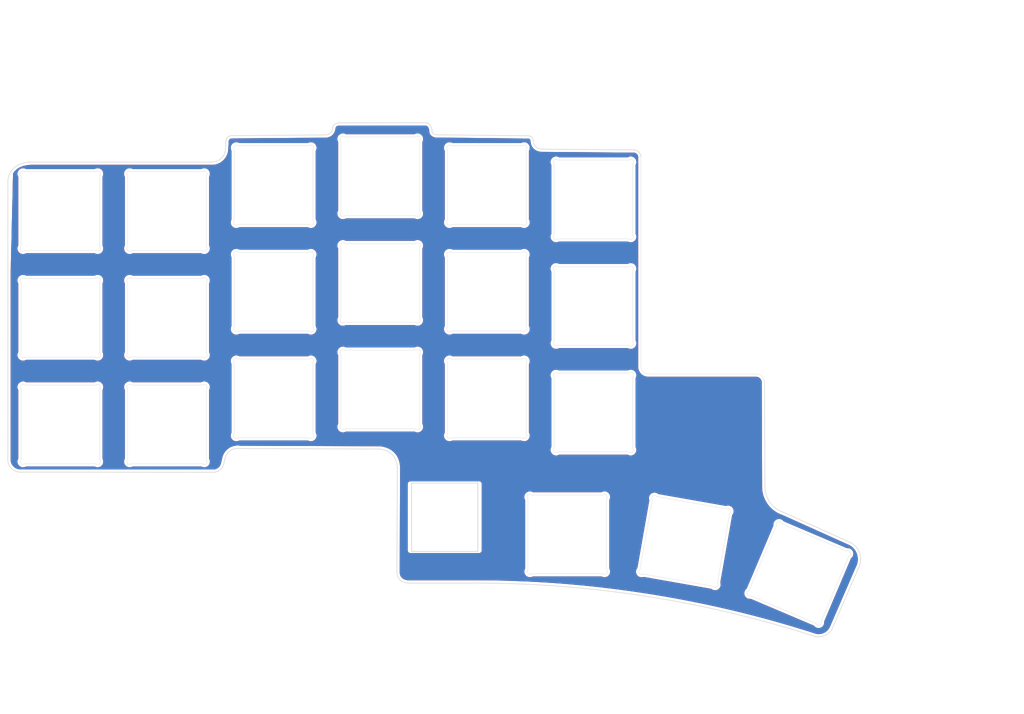
<source format=kicad_pcb>
(kicad_pcb (version 20241229) (generator "pcbnew") (generator_version "9.0")
  (title_block (title "Cirrus40") (rev "1") (company "schuay"))
  (layers (0 "F.Cu" signal) (2 "B.Cu" signal) (13 "F.Paste" user) (15 "B.Paste" user) (5 "F.SilkS" user "F.Silkscreen") (7 "B.SilkS" user "B.Silkscreen") (1 "F.Mask" user) (3 "B.Mask" user) (25 "Edge.Cuts" user))
  (net 0 "")
  (net 1 "GND")
  (footprint "footprints:RotaryEncoder_PlateHole_Placeholder" (layer "F.Cu") (at 118.502813 119.500026)
    (property "Reference" "SW30")
    (property "Value" "Rotary_Encoder_Switch")
    (fp_line (start -5.9 6.1) (end -5.9 -6.1) (stroke (width 0.12)) (layer "Edge.Cuts"))
    (fp_line (start 5.9 -6.1) (end -5.9 -6.1) (stroke (width 0.12)) (layer "Edge.Cuts"))
    (fp_line (start 5.9 6.1) (end -5.9 6.1) (stroke (width 0.12)) (layer "Edge.Cuts"))
    (fp_line (start 5.9 6.1) (end 5.9 -6.1) (stroke (width 0.12)) (layer "Edge.Cuts"))
  )
  (footprint "footprints:Switch_Hole_Dogbone" (layer "B.Cu") (at 69 64.9616 180)
    (property "Reference" "K13")
    (property "Value" "SW_Push" (hide yes))
    (fp_line (start 7 6.292894) (end 7 -6.292894) (stroke (width 0.05)) (layer "Edge.Cuts"))
    (fp_line (start -6.292894 7) (end 6.292894 7) (stroke (width 0.05)) (layer "Edge.Cuts"))
    (fp_line (start -6.292894 -7) (end 6.292894 -7) (stroke (width 0.05)) (layer "Edge.Cuts"))
    (fp_line (start -7 6.292894) (end -7 -6.292894) (stroke (width 0.05)) (layer "Edge.Cuts"))
    (fp_arc (start 7 6.292894) (mid 7 7) (end 6.292894 7) (stroke (width 0.05)) (layer "Edge.Cuts"))
    (fp_arc (start 6.292894 -7) (mid 7 -7) (end 7 -6.292894) (stroke (width 0.05)) (layer "Edge.Cuts"))
    (fp_arc (start -6.292894 7) (mid -7 7) (end -7 6.292894) (stroke (width 0.05)) (layer "Edge.Cuts"))
    (fp_arc (start -7 -6.292894) (mid -7 -7) (end -6.292894 -7) (stroke (width 0.05)) (layer "Edge.Cuts"))
  )
  (footprint "footprints:Switch_Hole_Dogbone" (layer "B.Cu") (at 145.0086 100.8634 180)
    (property "Reference" "K3")
    (property "Value" "SW_Push" (hide yes))
    (fp_line (start 7 6.292894) (end 7 -6.292894) (stroke (width 0.05)) (layer "Edge.Cuts"))
    (fp_line (start -6.292894 7) (end 6.292894 7) (stroke (width 0.05)) (layer "Edge.Cuts"))
    (fp_line (start -6.292894 -7) (end 6.292894 -7) (stroke (width 0.05)) (layer "Edge.Cuts"))
    (fp_line (start -7 6.292894) (end -7 -6.292894) (stroke (width 0.05)) (layer "Edge.Cuts"))
    (fp_arc (start 7 6.292894) (mid 7 7) (end 6.292894 7) (stroke (width 0.05)) (layer "Edge.Cuts"))
    (fp_arc (start 6.292894 -7) (mid 7 -7) (end 7 -6.292894) (stroke (width 0.05)) (layer "Edge.Cuts"))
    (fp_arc (start -6.292894 7) (mid -7 7) (end -7 6.292894) (stroke (width 0.05)) (layer "Edge.Cuts"))
    (fp_arc (start -7 -6.292894) (mid -7 -7) (end -6.292894 -7) (stroke (width 0.05)) (layer "Edge.Cuts"))
  )
  (footprint "footprints:Switch_Hole_Dogbone" (layer "B.Cu") (at 50 64.9616 180)
    (property "Reference" "K19")
    (property "Value" "SW_Push" (hide yes))
    (fp_line (start 7 6.292894) (end 7 -6.292894) (stroke (width 0.05)) (layer "Edge.Cuts"))
    (fp_line (start -6.292894 7) (end 6.292894 7) (stroke (width 0.05)) (layer "Edge.Cuts"))
    (fp_line (start -6.292894 -7) (end 6.292894 -7) (stroke (width 0.05)) (layer "Edge.Cuts"))
    (fp_line (start -7 6.292894) (end -7 -6.292894) (stroke (width 0.05)) (layer "Edge.Cuts"))
    (fp_arc (start 7 6.292894) (mid 7 7) (end 6.292894 7) (stroke (width 0.05)) (layer "Edge.Cuts"))
    (fp_arc (start 6.292894 -7) (mid 7 -7) (end 7 -6.292894) (stroke (width 0.05)) (layer "Edge.Cuts"))
    (fp_arc (start -6.292894 7) (mid -7 7) (end -7 6.292894) (stroke (width 0.05)) (layer "Edge.Cuts"))
    (fp_arc (start -7 -6.292894) (mid -7 -7) (end -6.292894 -7) (stroke (width 0.05)) (layer "Edge.Cuts"))
  )
  (footprint "footprints:Switch_Hole_Dogbone" (layer "B.Cu") (at 145.0086 62.865 180)
    (property "Reference" "K1")
    (property "Value" "SW_Push" (hide yes))
    (fp_line (start 7 6.292894) (end 7 -6.292894) (stroke (width 0.05)) (layer "Edge.Cuts"))
    (fp_line (start -6.292894 7) (end 6.292894 7) (stroke (width 0.05)) (layer "Edge.Cuts"))
    (fp_line (start -6.292894 -7) (end 6.292894 -7) (stroke (width 0.05)) (layer "Edge.Cuts"))
    (fp_line (start -7 6.292894) (end -7 -6.292894) (stroke (width 0.05)) (layer "Edge.Cuts"))
    (fp_arc (start 7 6.292894) (mid 7 7) (end 6.292894 7) (stroke (width 0.05)) (layer "Edge.Cuts"))
    (fp_arc (start 6.292894 -7) (mid 7 -7) (end 7 -6.292894) (stroke (width 0.05)) (layer "Edge.Cuts"))
    (fp_arc (start -6.292894 7) (mid -7 7) (end -7 6.292894) (stroke (width 0.05)) (layer "Edge.Cuts"))
    (fp_arc (start -7 -6.292894) (mid -7 -7) (end -6.292894 -7) (stroke (width 0.05)) (layer "Edge.Cuts"))
  )
  (footprint "footprints:Switch_Hole_Dogbone" (layer "B.Cu") (at 107.0102 77.7492 180)
    (property "Reference" "K8")
    (property "Value" "SW_Push" (hide yes))
    (fp_line (start 7 6.292894) (end 7 -6.292894) (stroke (width 0.05)) (layer "Edge.Cuts"))
    (fp_line (start -6.292894 7) (end 6.292894 7) (stroke (width 0.05)) (layer "Edge.Cuts"))
    (fp_line (start -6.292894 -7) (end 6.292894 -7) (stroke (width 0.05)) (layer "Edge.Cuts"))
    (fp_line (start -7 6.292894) (end -7 -6.292894) (stroke (width 0.05)) (layer "Edge.Cuts"))
    (fp_arc (start 7 6.292894) (mid 7 7) (end 6.292894 7) (stroke (width 0.05)) (layer "Edge.Cuts"))
    (fp_arc (start 6.292894 -7) (mid 7 -7) (end 7 -6.292894) (stroke (width 0.05)) (layer "Edge.Cuts"))
    (fp_arc (start -6.292894 7) (mid -7 7) (end -7 6.292894) (stroke (width 0.05)) (layer "Edge.Cuts"))
    (fp_arc (start -7 -6.292894) (mid -7 -7) (end -6.292894 -7) (stroke (width 0.05)) (layer "Edge.Cuts"))
  )
  (footprint "footprints:Switch_Hole_Dogbone" (layer "B.Cu") (at 88.011 98.3234 180)
    (property "Reference" "K12")
    (property "Value" "SW_Push" (hide yes))
    (fp_line (start 7 6.292894) (end 7 -6.292894) (stroke (width 0.05)) (layer "Edge.Cuts"))
    (fp_line (start -6.292894 7) (end 6.292894 7) (stroke (width 0.05)) (layer "Edge.Cuts"))
    (fp_line (start -6.292894 -7) (end 6.292894 -7) (stroke (width 0.05)) (layer "Edge.Cuts"))
    (fp_line (start -7 6.292894) (end -7 -6.292894) (stroke (width 0.05)) (layer "Edge.Cuts"))
    (fp_arc (start 7 6.292894) (mid 7 7) (end 6.292894 7) (stroke (width 0.05)) (layer "Edge.Cuts"))
    (fp_arc (start 6.292894 -7) (mid 7 -7) (end 7 -6.292894) (stroke (width 0.05)) (layer "Edge.Cuts"))
    (fp_arc (start -6.292894 7) (mid -7 7) (end -7 6.292894) (stroke (width 0.05)) (layer "Edge.Cuts"))
    (fp_arc (start -7 -6.292894) (mid -7 -7) (end -6.292894 -7) (stroke (width 0.05)) (layer "Edge.Cuts"))
  )
  (footprint "footprints:Switch_Hole_Dogbone" (layer "B.Cu") (at 88.011 79.3242 180)
    (property "Reference" "K11")
    (property "Value" "SW_Push" (hide yes))
    (fp_line (start 7 6.292894) (end 7 -6.292894) (stroke (width 0.05)) (layer "Edge.Cuts"))
    (fp_line (start -6.292894 7) (end 6.292894 7) (stroke (width 0.05)) (layer "Edge.Cuts"))
    (fp_line (start -6.292894 -7) (end 6.292894 -7) (stroke (width 0.05)) (layer "Edge.Cuts"))
    (fp_line (start -7 6.292894) (end -7 -6.292894) (stroke (width 0.05)) (layer "Edge.Cuts"))
    (fp_arc (start 7 6.292894) (mid 7 7) (end 6.292894 7) (stroke (width 0.05)) (layer "Edge.Cuts"))
    (fp_arc (start 6.292894 -7) (mid 7 -7) (end 7 -6.292894) (stroke (width 0.05)) (layer "Edge.Cuts"))
    (fp_arc (start -6.292894 7) (mid -7 7) (end -7 6.292894) (stroke (width 0.05)) (layer "Edge.Cuts"))
    (fp_arc (start -7 -6.292894) (mid -7 -7) (end -6.292894 -7) (stroke (width 0.05)) (layer "Edge.Cuts"))
  )
  (footprint "footprints:Switch_Hole_Dogbone" (layer "B.Cu") (at 69 83.9608 180)
    (property "Reference" "K14")
    (property "Value" "SW_Push" (hide yes))
    (fp_line (start 7 6.292894) (end 7 -6.292894) (stroke (width 0.05)) (layer "Edge.Cuts"))
    (fp_line (start -6.292894 7) (end 6.292894 7) (stroke (width 0.05)) (layer "Edge.Cuts"))
    (fp_line (start -6.292894 -7) (end 6.292894 -7) (stroke (width 0.05)) (layer "Edge.Cuts"))
    (fp_line (start -7 6.292894) (end -7 -6.292894) (stroke (width 0.05)) (layer "Edge.Cuts"))
    (fp_arc (start 7 6.292894) (mid 7 7) (end 6.292894 7) (stroke (width 0.05)) (layer "Edge.Cuts"))
    (fp_arc (start 6.292894 -7) (mid 7 -7) (end 7 -6.292894) (stroke (width 0.05)) (layer "Edge.Cuts"))
    (fp_arc (start -6.292894 7) (mid -7 7) (end -7 6.292894) (stroke (width 0.05)) (layer "Edge.Cuts"))
    (fp_arc (start -7 -6.292894) (mid -7 -7) (end -6.292894 -7) (stroke (width 0.05)) (layer "Edge.Cuts"))
  )
  (footprint "footprints:Switch_Hole_Dogbone" (layer "B.Cu") (at 126.0094 79.3242 180)
    (property "Reference" "K5")
    (property "Value" "SW_Push" (hide yes))
    (fp_line (start 7 6.292894) (end 7 -6.292894) (stroke (width 0.05)) (layer "Edge.Cuts"))
    (fp_line (start -6.292894 7) (end 6.292894 7) (stroke (width 0.05)) (layer "Edge.Cuts"))
    (fp_line (start -6.292894 -7) (end 6.292894 -7) (stroke (width 0.05)) (layer "Edge.Cuts"))
    (fp_line (start -7 6.292894) (end -7 -6.292894) (stroke (width 0.05)) (layer "Edge.Cuts"))
    (fp_arc (start 7 6.292894) (mid 7 7) (end 6.292894 7) (stroke (width 0.05)) (layer "Edge.Cuts"))
    (fp_arc (start 6.292894 -7) (mid 7 -7) (end 7 -6.292894) (stroke (width 0.05)) (layer "Edge.Cuts"))
    (fp_arc (start -6.292894 7) (mid -7 7) (end -7 6.292894) (stroke (width 0.05)) (layer "Edge.Cuts"))
    (fp_arc (start -7 -6.292894) (mid -7 -7) (end -6.292894 -7) (stroke (width 0.05)) (layer "Edge.Cuts"))
  )
  (footprint "footprints:Switch_Hole_Dogbone" (layer "B.Cu") (at 126.0094 60.325 180)
    (property "Reference" "K4")
    (property "Value" "SW_Push" (hide yes))
    (fp_line (start 7 6.292894) (end 7 -6.292894) (stroke (width 0.05)) (layer "Edge.Cuts"))
    (fp_line (start -6.292894 7) (end 6.292894 7) (stroke (width 0.05)) (layer "Edge.Cuts"))
    (fp_line (start -6.292894 -7) (end 6.292894 -7) (stroke (width 0.05)) (layer "Edge.Cuts"))
    (fp_line (start -7 6.292894) (end -7 -6.292894) (stroke (width 0.05)) (layer "Edge.Cuts"))
    (fp_arc (start 7 6.292894) (mid 7 7) (end 6.292894 7) (stroke (width 0.05)) (layer "Edge.Cuts"))
    (fp_arc (start 6.292894 -7) (mid 7 -7) (end 7 -6.292894) (stroke (width 0.05)) (layer "Edge.Cuts"))
    (fp_arc (start -6.292894 7) (mid -7 7) (end -7 6.292894) (stroke (width 0.05)) (layer "Edge.Cuts"))
    (fp_arc (start -7 -6.292894) (mid -7 -7) (end -6.292894 -7) (stroke (width 0.05)) (layer "Edge.Cuts"))
  )
  (footprint "footprints:Switch_Hole_Dogbone" (layer "B.Cu") (at 69 102.96 180)
    (property "Reference" "K15")
    (property "Value" "SW_Push" (hide yes))
    (fp_line (start 7 6.292894) (end 7 -6.292894) (stroke (width 0.05)) (layer "Edge.Cuts"))
    (fp_line (start -6.292894 7) (end 6.292894 7) (stroke (width 0.05)) (layer "Edge.Cuts"))
    (fp_line (start -6.292894 -7) (end 6.292894 -7) (stroke (width 0.05)) (layer "Edge.Cuts"))
    (fp_line (start -7 6.292894) (end -7 -6.292894) (stroke (width 0.05)) (layer "Edge.Cuts"))
    (fp_arc (start 7 6.292894) (mid 7 7) (end 6.292894 7) (stroke (width 0.05)) (layer "Edge.Cuts"))
    (fp_arc (start 6.292894 -7) (mid 7 -7) (end 7 -6.292894) (stroke (width 0.05)) (layer "Edge.Cuts"))
    (fp_arc (start -6.292894 7) (mid -7 7) (end -7 6.292894) (stroke (width 0.05)) (layer "Edge.Cuts"))
    (fp_arc (start -7 -6.292894) (mid -7 -7) (end -6.292894 -7) (stroke (width 0.05)) (layer "Edge.Cuts"))
  )
  (footprint "footprints:Switch_Hole_Dogbone" (layer "B.Cu") (at 161.28904 123.825 170)
    (property "Reference" "K17")
    (property "Value" "SW_Push" (hide yes))
    (fp_line (start 7 6.292894) (end 7 -6.292894) (stroke (width 0.05)) (layer "Edge.Cuts"))
    (fp_line (start -6.292894 -7) (end 6.292894 -7) (stroke (width 0.05)) (layer "Edge.Cuts"))
    (fp_line (start -6.292894 7) (end 6.292894 7) (stroke (width 0.05)) (layer "Edge.Cuts"))
    (fp_line (start -7 6.292894) (end -7 -6.292894) (stroke (width 0.05)) (layer "Edge.Cuts"))
    (fp_arc (start 6.292894 -7) (mid 7 -7) (end 7 -6.292894) (stroke (width 0.05)) (layer "Edge.Cuts"))
    (fp_arc (start 7 6.292894) (mid 7 7) (end 6.292894 7) (stroke (width 0.05)) (layer "Edge.Cuts"))
    (fp_arc (start -7 -6.292894) (mid -7 -7) (end -6.292894 -7) (stroke (width 0.05)) (layer "Edge.Cuts"))
    (fp_arc (start -6.292894 7) (mid -7 7) (end -7 6.292894) (stroke (width 0.05)) (layer "Edge.Cuts"))
  )
  (footprint "footprints:Switch_Hole_Dogbone" (layer "B.Cu") (at 140.335 122.555 180)
    (property "Reference" "K18")
    (property "Value" "SW_Push" (hide yes))
    (fp_line (start 7 6.292894) (end 7 -6.292894) (stroke (width 0.05)) (layer "Edge.Cuts"))
    (fp_line (start -6.292894 7) (end 6.292894 7) (stroke (width 0.05)) (layer "Edge.Cuts"))
    (fp_line (start -6.292894 -7) (end 6.292894 -7) (stroke (width 0.05)) (layer "Edge.Cuts"))
    (fp_line (start -7 6.292894) (end -7 -6.292894) (stroke (width 0.05)) (layer "Edge.Cuts"))
    (fp_arc (start 7 6.292894) (mid 7 7) (end 6.292894 7) (stroke (width 0.05)) (layer "Edge.Cuts"))
    (fp_arc (start 6.292894 -7) (mid 7 -7) (end 7 -6.292894) (stroke (width 0.05)) (layer "Edge.Cuts"))
    (fp_arc (start -6.292894 7) (mid -7 7) (end -7 6.292894) (stroke (width 0.05)) (layer "Edge.Cuts"))
    (fp_arc (start -7 -6.292894) (mid -7 -7) (end -6.292894 -7) (stroke (width 0.05)) (layer "Edge.Cuts"))
  )
  (footprint "footprints:Switch_Hole_Dogbone" (layer "B.Cu") (at 88.011 60.325 180)
    (property "Reference" "K10")
    (property "Value" "SW_Push" (hide yes))
    (fp_line (start 7 6.292894) (end 7 -6.292894) (stroke (width 0.05)) (layer "Edge.Cuts"))
    (fp_line (start -6.292894 7) (end 6.292894 7) (stroke (width 0.05)) (layer "Edge.Cuts"))
    (fp_line (start -6.292894 -7) (end 6.292894 -7) (stroke (width 0.05)) (layer "Edge.Cuts"))
    (fp_line (start -7 6.292894) (end -7 -6.292894) (stroke (width 0.05)) (layer "Edge.Cuts"))
    (fp_arc (start 7 6.292894) (mid 7 7) (end 6.292894 7) (stroke (width 0.05)) (layer "Edge.Cuts"))
    (fp_arc (start 6.292894 -7) (mid 7 -7) (end 7 -6.292894) (stroke (width 0.05)) (layer "Edge.Cuts"))
    (fp_arc (start -6.292894 7) (mid -7 7) (end -7 6.292894) (stroke (width 0.05)) (layer "Edge.Cuts"))
    (fp_arc (start -7 -6.292894) (mid -7 -7) (end -6.292894 -7) (stroke (width 0.05)) (layer "Edge.Cuts"))
  )
  (footprint "footprints:Switch_Hole_Dogbone" (layer "B.Cu") (at 145.0086 81.8642 180)
    (property "Reference" "K2")
    (property "Value" "SW_Push" (hide yes))
    (fp_line (start 7 6.292894) (end 7 -6.292894) (stroke (width 0.05)) (layer "Edge.Cuts"))
    (fp_line (start -6.292894 7) (end 6.292894 7) (stroke (width 0.05)) (layer "Edge.Cuts"))
    (fp_line (start -6.292894 -7) (end 6.292894 -7) (stroke (width 0.05)) (layer "Edge.Cuts"))
    (fp_line (start -7 6.292894) (end -7 -6.292894) (stroke (width 0.05)) (layer "Edge.Cuts"))
    (fp_arc (start 7 6.292894) (mid 7 7) (end 6.292894 7) (stroke (width 0.05)) (layer "Edge.Cuts"))
    (fp_arc (start 6.292894 -7) (mid 7 -7) (end 7 -6.292894) (stroke (width 0.05)) (layer "Edge.Cuts"))
    (fp_arc (start -6.292894 7) (mid -7 7) (end -7 6.292894) (stroke (width 0.05)) (layer "Edge.Cuts"))
    (fp_arc (start -7 -6.292894) (mid -7 -7) (end -6.292894 -7) (stroke (width 0.05)) (layer "Edge.Cuts"))
  )
  (footprint "footprints:Switch_Hole_Dogbone" (layer "B.Cu") (at 50 83.9608 180)
    (property "Reference" "K20")
    (property "Value" "SW_Push" (hide yes))
    (fp_line (start 7 6.292894) (end 7 -6.292894) (stroke (width 0.05)) (layer "Edge.Cuts"))
    (fp_line (start -6.292894 7) (end 6.292894 7) (stroke (width 0.05)) (layer "Edge.Cuts"))
    (fp_line (start -6.292894 -7) (end 6.292894 -7) (stroke (width 0.05)) (layer "Edge.Cuts"))
    (fp_line (start -7 6.292894) (end -7 -6.292894) (stroke (width 0.05)) (layer "Edge.Cuts"))
    (fp_arc (start 7 6.292894) (mid 7 7) (end 6.292894 7) (stroke (width 0.05)) (layer "Edge.Cuts"))
    (fp_arc (start 6.292894 -7) (mid 7 -7) (end 7 -6.292894) (stroke (width 0.05)) (layer "Edge.Cuts"))
    (fp_arc (start -6.292894 7) (mid -7 7) (end -7 6.292894) (stroke (width 0.05)) (layer "Edge.Cuts"))
    (fp_arc (start -7 -6.292894) (mid -7 -7) (end -6.292894 -7) (stroke (width 0.05)) (layer "Edge.Cuts"))
  )
  (footprint "footprints:Switch_Hole_Dogbone" (layer "B.Cu") (at 107.0102 58.75 180)
    (property "Reference" "K7")
    (property "Value" "SW_Push" (hide yes))
    (fp_line (start 7 6.292894) (end 7 -6.292894) (stroke (width 0.05)) (layer "Edge.Cuts"))
    (fp_line (start -6.292894 7) (end 6.292894 7) (stroke (width 0.05)) (layer "Edge.Cuts"))
    (fp_line (start -6.292894 -7) (end 6.292894 -7) (stroke (width 0.05)) (layer "Edge.Cuts"))
    (fp_line (start -7 6.292894) (end -7 -6.292894) (stroke (width 0.05)) (layer "Edge.Cuts"))
    (fp_arc (start 7 6.292894) (mid 7 7) (end 6.292894 7) (stroke (width 0.05)) (layer "Edge.Cuts"))
    (fp_arc (start 6.292894 -7) (mid 7 -7) (end 7 -6.292894) (stroke (width 0.05)) (layer "Edge.Cuts"))
    (fp_arc (start -6.292894 7) (mid -7 7) (end -7 6.292894) (stroke (width 0.05)) (layer "Edge.Cuts"))
    (fp_arc (start -7 -6.292894) (mid -7 -7) (end -6.292894 -7) (stroke (width 0.05)) (layer "Edge.Cuts"))
  )
  (footprint "footprints:Switch_Hole_Dogbone" (layer "B.Cu") (at 181.61 129.540708 157)
    (property "Reference" "K16")
    (property "Value" "SW_Push" (hide yes))
    (fp_line (start 6.999999 6.292894) (end 7 -6.292895) (stroke (width 0.05)) (layer "Edge.Cuts"))
    (fp_line (start -6.292895 -7) (end 6.292894 -6.999999) (stroke (width 0.05)) (layer "Edge.Cuts"))
    (fp_line (start -6.292894 6.999999) (end 6.292895 7) (stroke (width 0.05)) (layer "Edge.Cuts"))
    (fp_line (start -7 6.292895) (end -6.999999 -6.292894) (stroke (width 0.05)) (layer "Edge.Cuts"))
    (fp_arc (start 6.292894 -6.999999) (mid 6.999999 -7) (end 7 -6.292895) (stroke (width 0.05)) (layer "Edge.Cuts"))
    (fp_arc (start 6.999999 6.292894) (mid 7 6.999999) (end 6.292895 7) (stroke (width 0.05)) (layer "Edge.Cuts"))
    (fp_arc (start -6.999999 -6.292894) (mid -7 -6.999999) (end -6.292895 -7) (stroke (width 0.05)) (layer "Edge.Cuts"))
    (fp_arc (start -6.292894 6.999999) (mid -6.999999 7) (end -7 6.292895) (stroke (width 0.05)) (layer "Edge.Cuts"))
  )
  (footprint "footprints:Switch_Hole_Dogbone" (layer "B.Cu") (at 50 102.96 180)
    (property "Reference" "K21")
    (property "Value" "SW_Push" (hide yes))
    (fp_line (start 7 6.292894) (end 7 -6.292894) (stroke (width 0.05)) (layer "Edge.Cuts"))
    (fp_line (start -6.292894 7) (end 6.292894 7) (stroke (width 0.05)) (layer "Edge.Cuts"))
    (fp_line (start -6.292894 -7) (end 6.292894 -7) (stroke (width 0.05)) (layer "Edge.Cuts"))
    (fp_line (start -7 6.292894) (end -7 -6.292894) (stroke (width 0.05)) (layer "Edge.Cuts"))
    (fp_arc (start 7 6.292894) (mid 7 7) (end 6.292894 7) (stroke (width 0.05)) (layer "Edge.Cuts"))
    (fp_arc (start 6.292894 -7) (mid 7 -7) (end 7 -6.292894) (stroke (width 0.05)) (layer "Edge.Cuts"))
    (fp_arc (start -6.292894 7) (mid -7 7) (end -7 6.292894) (stroke (width 0.05)) (layer "Edge.Cuts"))
    (fp_arc (start -7 -6.292894) (mid -7 -7) (end -6.292894 -7) (stroke (width 0.05)) (layer "Edge.Cuts"))
  )
  (footprint "footprints:Switch_Hole_Dogbone" (layer "B.Cu") (at 107.0102 96.7484 180)
    (property "Reference" "K9")
    (property "Value" "SW_Push" (hide yes))
    (fp_line (start 7 6.292894) (end 7 -6.292894) (stroke (width 0.05)) (layer "Edge.Cuts"))
    (fp_line (start -6.292894 7) (end 6.292894 7) (stroke (width 0.05)) (layer "Edge.Cuts"))
    (fp_line (start -6.292894 -7) (end 6.292894 -7) (stroke (width 0.05)) (layer "Edge.Cuts"))
    (fp_line (start -7 6.292894) (end -7 -6.292894) (stroke (width 0.05)) (layer "Edge.Cuts"))
    (fp_arc (start 7 6.292894) (mid 7 7) (end 6.292894 7) (stroke (width 0.05)) (layer "Edge.Cuts"))
    (fp_arc (start 6.292894 -7) (mid 7 -7) (end 7 -6.292894) (stroke (width 0.05)) (layer "Edge.Cuts"))
    (fp_arc (start -6.292894 7) (mid -7 7) (end -7 6.292894) (stroke (width 0.05)) (layer "Edge.Cuts"))
    (fp_arc (start -7 -6.292894) (mid -7 -7) (end -6.292894 -7) (stroke (width 0.05)) (layer "Edge.Cuts"))
  )
  (footprint "footprints:Switch_Hole_Dogbone" (layer "B.Cu") (at 126.0094 98.3234 180)
    (property "Reference" "K6")
    (property "Value" "SW_Push" (hide yes))
    (fp_line (start 7 6.292894) (end 7 -6.292894) (stroke (width 0.05)) (layer "Edge.Cuts"))
    (fp_line (start -6.292894 7) (end 6.292894 7) (stroke (width 0.05)) (layer "Edge.Cuts"))
    (fp_line (start -6.292894 -7) (end 6.292894 -7) (stroke (width 0.05)) (layer "Edge.Cuts"))
    (fp_line (start -7 6.292894) (end -7 -6.292894) (stroke (width 0.05)) (layer "Edge.Cuts"))
    (fp_arc (start 7 6.292894) (mid 7 7) (end 6.292894 7) (stroke (width 0.05)) (layer "Edge.Cuts"))
    (fp_arc (start 6.292894 -7) (mid 7 -7) (end 7 -6.292894) (stroke (width 0.05)) (layer "Edge.Cuts"))
    (fp_arc (start -6.292894 7) (mid -7 7) (end -7 6.292894) (stroke (width 0.05)) (layer "Edge.Cuts"))
    (fp_arc (start -7 -6.292894) (mid -7 -7) (end -6.292894 -7) (stroke (width 0.05)) (layer "Edge.Cuts"))
  )
  (gr_line (start 79.497285 52.494748) (end 79.397672 54.176851) (stroke (width 0.1)) (layer "Edge.Cuts"))
  (gr_curve (pts (xy 134.294428 52.309002) (xy 134.294428 53.975) (xy 135.88141 53.899538) (xy 135.88141 53.899538)) (stroke (width 0.1)) (layer "Edge.Cuts"))
  (gr_arc (start 79.497285 52.494748) (mid 79.796137 51.810122) (end 80.428137 51.502901) (stroke (width 0.1)) (layer "Edge.Cuts"))
  (gr_arc (start 190.958273 124.086814) (mid 192.388435 125.746797) (end 192.230074 128.593028) (stroke (width 0.1)) (layer "Edge.Cuts"))
  (gr_line (start 99.685441 49.227305) (end 114.987117 49.194537) (stroke (width 0.1)) (layer "Edge.Cuts"))
  (gr_curve (pts (xy 99.685441 49.227305) (xy 98.5 49.227305) (xy 98.517265 50.283396) (xy 98.517265 50.283396)) (stroke (width 0.1)) (layer "Edge.Cuts"))
  (gr_arc (start 178.879551 118.641336) (mid 176.46817 116.871881) (end 175.569409 114.277279) (stroke (width 0.1)) (layer "Edge.Cuts"))
  (gr_curve (pts (xy 110.049538 110.843938) (xy 110.049538 107.418019) (xy 106.845074 107.364877) (xy 106.845074 107.364877)) (stroke (width 0.1)) (layer "Edge.Cuts"))
  (gr_arc (start 79.397672 54.176851) (mid 78.721671 55.494832) (end 77.016691 56.202796) (stroke (width 0.1)) (layer "Edge.Cuts"))
  (gr_line (start 178.879551 118.641336) (end 190.958273 124.086814) (stroke (width 0.1)) (layer "Edge.Cuts"))
  (gr_line (start 82.037473 107.267484) (end 106.845074 107.364877) (stroke (width 0.1)) (layer "Edge.Cuts"))
  (gr_curve (pts (xy 45.031876 56.202796) (xy 40.64 56.202796) (xy 40.649101 59.595156) (xy 40.649101 59.595156)) (stroke (width 0.1)) (layer "Edge.Cuts"))
  (gr_line (start 40.64 109.215476) (end 40.649101 59.595156) (stroke (width 0.1)) (layer "Edge.Cuts"))
  (gr_line (start 42.843832 111.477725) (end 77.25909 111.508722) (stroke (width 0.1)) (layer "Edge.Cuts"))
  (gr_line (start 154.94 93.98) (end 173.99 93.98) (stroke (width 0.05)) (layer "Edge.Cuts"))
  (gr_line (start 135.88141 53.899538) (end 152.218525 54.037742) (stroke (width 0.1)) (layer "Edge.Cuts"))
  (gr_arc (start 42.843832 111.477725) (mid 41.303323 110.847548) (end 40.64 109.215476) (stroke (width 0.1)) (layer "Edge.Cuts"))
  (gr_line (start 79.316796 109.170663) (end 79.084788 110.145018) (stroke (width 0.1)) (layer "Edge.Cuts"))
  (gr_curve (pts (xy 173.99 93.98) (xy 175.26 93.98) (xy 175.500343 95.25) (xy 175.500343 95.25)) (stroke (width 0.05)) (layer "Edge.Cuts"))
  (gr_line (start 192.230074 128.593028) (end 187.596582 139.289075) (stroke (width 0.1)) (layer "Edge.Cuts"))
  (gr_arc (start 79.084788 110.145018) (mid 78.604563 110.944026) (end 77.25909 111.508722) (stroke (width 0.1)) (layer "Edge.Cuts"))
  (gr_line (start 117.188751 51.348223) (end 133.370586 51.521996) (stroke (width 0.1)) (layer "Edge.Cuts"))
  (gr_arc (start 79.316796 109.170663) (mid 79.83219 108.064193) (end 82.037473 107.267484) (stroke (width 0.1)) (layer "Edge.Cuts"))
  (gr_line (start 45.031876 56.202796) (end 77.016691 56.202796) (stroke (width 0.1)) (layer "Edge.Cuts"))
  (gr_line (start 97.155 51.367103) (end 80.428137 51.502901) (stroke (width 0.1)) (layer "Edge.Cuts"))
  (gr_arc (start 187.596582 139.289075) (mid 186.176086 140.638018) (end 184.047178 140.613355) (stroke (width 0.1)) (layer "Edge.Cuts"))
  (gr_arc (start 152.218525 54.037742) (mid 153.104472 54.413528) (end 153.480442 55.3212) (stroke (width 0.1)) (layer "Edge.Cuts"))
  (gr_curve (pts (xy 116.246171 50.619063) (xy 116.246171 51.435) (xy 117.188751 51.348223) (xy 117.188751 51.348223)) (stroke (width 0.1)) (layer "Edge.Cuts"))
  (gr_line (start 123.001162 131.253815) (end 112 131.253815) (stroke (width 0.1)) (layer "Edge.Cuts"))
  (gr_arc (start 133.370586 51.521996) (mid 133.964678 51.744316) (end 134.294428 52.308779) (stroke (width 0.1)) (layer "Edge.Cuts"))
  (gr_curve (pts (xy 97.155 51.367103) (xy 98.425 51.367103) (xy 98.517265 50.283396) (xy 98.517265 50.283396)) (stroke (width 0.1)) (layer "Edge.Cuts"))
  (gr_line (start 153.480442 55.3212) (end 153.480442 92.71) (stroke (width 0.05)) (layer "Edge.Cuts"))
  (gr_line (start 110.049538 110.843938) (end 109.976394 129.23506) (stroke (width 0.1)) (layer "Edge.Cuts"))
  (gr_curve (pts (xy 114.987117 49.194537) (xy 116.2 49.194537) (xy 116.246171 50.619063) (xy 116.246171 50.619063)) (stroke (width 0.1)) (layer "Edge.Cuts"))
  (gr_curve (pts (xy 154.94 93.98) (xy 153.476041 93.98) (xy 153.480442 92.71) (xy 153.480442 92.71)) (stroke (width 0.05)) (layer "Edge.Cuts"))
  (gr_curve (pts (xy 109.976394 129.23506) (xy 109.976394 131.253815) (xy 112 131.253815) (xy 112 131.253815)) (stroke (width 0.1)) (layer "Edge.Cuts"))
  (gr_line (start 175.500343 95.25) (end 175.569409 114.277279) (stroke (width 0.1)) (layer "Edge.Cuts"))
  (gr_arc (start 123.001162 131.253815) (mid 154.879613 133.683408) (end 184.047178 140.613355) (stroke (width 0.1)) (layer "Edge.Cuts"))
  (zone (net 1) (net_name "GND") (layers "F.Cu" "B.Cu") (connect_pads (clearance 0.508)) (min_thickness 0.25) (fill yes (thermal_gap 0.5) (thermal_bridge_width 0.5))
    (polygon (pts (xy 42.3164 27.3304) (xy 221.742 32.3596) (xy 209.4738 153.1874) (xy 39.243 154.5844)))
  )
)
</source>
